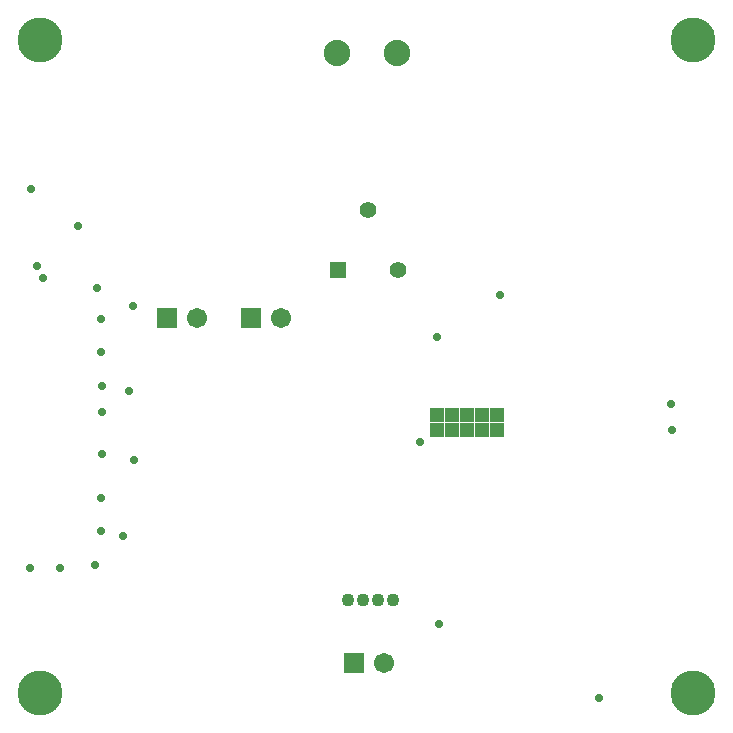
<source format=gbs>
G04*
G04 #@! TF.GenerationSoftware,Altium Limited,Altium Designer,19.0.10 (269)*
G04*
G04 Layer_Color=16711935*
%FSLAX44Y44*%
%MOMM*%
G71*
G01*
G75*
%ADD118C,2.2352*%
%ADD119C,1.4032*%
%ADD120R,1.4032X1.4032*%
%ADD121C,1.7032*%
%ADD122R,1.7032X1.7032*%
%ADD123R,1.3106X1.3106*%
%ADD124C,1.0922*%
%ADD125C,3.8032*%
%ADD126C,0.7112*%
D118*
X325628Y565103D02*
D03*
X274828D02*
D03*
D119*
X301244Y432562D02*
D03*
X326644Y381762D02*
D03*
D120*
X275844D02*
D03*
D121*
X156464Y340868D02*
D03*
X227584D02*
D03*
X314960Y49022D02*
D03*
D122*
X131064Y340868D02*
D03*
X202184D02*
D03*
X289560Y49022D02*
D03*
D123*
X410718Y259334D02*
D03*
Y246634D02*
D03*
X385318D02*
D03*
X398018D02*
D03*
X385318Y259334D02*
D03*
X398018D02*
D03*
X372618D02*
D03*
X359918D02*
D03*
X372618Y246634D02*
D03*
X359918D02*
D03*
D124*
X284480Y102362D02*
D03*
X297180D02*
D03*
X309880D02*
D03*
X322580D02*
D03*
D125*
X23500Y23500D02*
D03*
X576500D02*
D03*
X23500Y576500D02*
D03*
X576500D02*
D03*
D126*
X413240Y360680D02*
D03*
X359410Y324866D02*
D03*
X345642Y235966D02*
D03*
X361188Y82122D02*
D03*
X76062Y226060D02*
D03*
X74930Y311912D02*
D03*
X75642Y283464D02*
D03*
Y261112D02*
D03*
X75046Y188722D02*
D03*
X103142Y220980D02*
D03*
X93472Y156718D02*
D03*
X102108Y351536D02*
D03*
X99314Y279400D02*
D03*
X74930Y340360D02*
D03*
X75438Y160676D02*
D03*
X70205Y131826D02*
D03*
X40386Y129540D02*
D03*
X15494Y129286D02*
D03*
X21066Y385318D02*
D03*
X26416Y375049D02*
D03*
X71983Y366522D02*
D03*
X558038Y267970D02*
D03*
X559054Y246634D02*
D03*
X16002Y450088D02*
D03*
X55626Y419354D02*
D03*
X496570Y19050D02*
D03*
M02*

</source>
